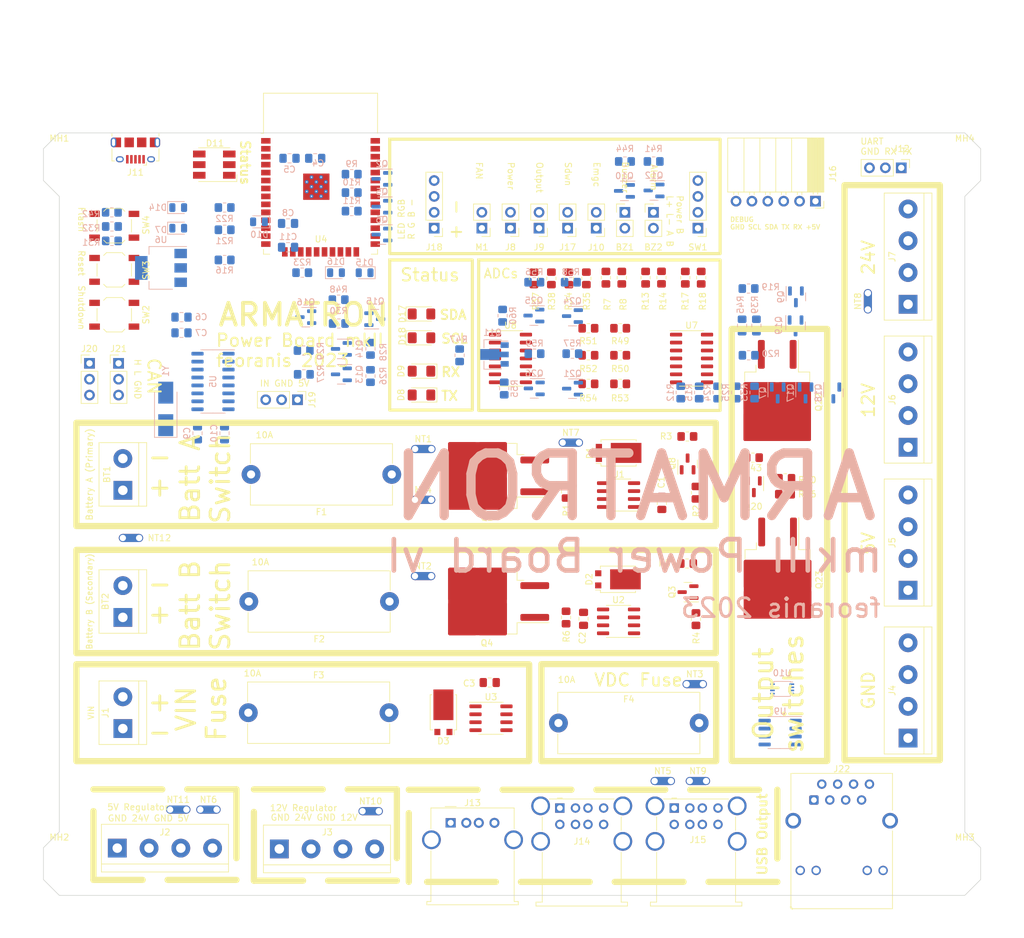
<source format=kicad_pcb>
(kicad_pcb (version 20221018) (generator pcbnew)
  (layers (0 "F.Cu" signal) (31 "B.Cu" signal) (34 "B.Paste" user) (35 "F.Paste" user) (36 "B.SilkS" user "B.Silkscreen") (37 "F.SilkS" user "F.Silkscreen") (38 "B.Mask" user) (39 "F.Mask" user) (44 "Edge.Cuts" user))
  (net 0 "")
  (net 1 "Net-(BT1-+)")
  (net 2 "GND")
  (net 3 "Net-(BT2-+)")
  (net 4 "Net-(U1-FILTER)")
  (net 5 "Net-(U2-FILTER)")
  (net 6 "Net-(U3-FILTER)")
  (net 7 "BATT_A_LATCH")
  (net 8 "BATT_A_SW")
  (net 9 "BATT_B_LATCH")
  (net 10 "BATT_B_SW")
  (net 11 "VIN")
  (net 12 "Net-(D3-A)")
  (net 13 "BATT_A_IN")
  (net 14 "Net-(J1-Pin_2)")
  (net 15 "Net-(Q1-G)")
  (net 16 "Net-(NT1-Pad1)")
  (net 17 "Net-(Q3-C)")
  (net 18 "Net-(Q3-B)")
  (net 19 "+VDC")
  (net 20 "Net-(NT2-Pad1)")
  (net 21 "+5V")
  (net 22 "Net-(NT3-Pad1)")
  (net 23 "BATT_B_IN")
  (net 25 "Net-(D11-GA)")
  (net 26 "Net-(D11-RA)")
  (net 27 "Net-(D11-BA)")
  (net 28 "Net-(Q8-B)")
  (net 29 "PIN_ADC_BATT_A")
  (net 30 "P_RGB_R")
  (net 31 "PIN_ADC_BATT_B")
  (net 32 "PIN_ADC_VIN")
  (net 33 "PIN_BATT_A_SENSE")
  (net 34 "PIN_BATT_B_SENSE")
  (net 35 "PIN_VIN_SENSE")
  (net 38 "P_RGB_G")
  (net 39 "P_RGB_B")
  (net 40 "Net-(BZ1-+)")
  (net 41 "Net-(BZ2-+)")
  (net 43 "nRTS")
  (net 52 "Net-(M1--)")
  (net 53 "PIN_VBATT_A_ENBL")
  (net 54 "PIN_VBATT_B_ENBL")
  (net 57 "+3.3V")
  (net 58 "Net-(Q2-B)")
  (net 59 "Net-(Q5-B)")
  (net 60 "24V_out")
  (net 61 "5V_out")
  (net 62 "+12V")
  (net 63 "Net-(Q6-B)")
  (net 64 "Net-(Q19-B)")
  (net 65 "Net-(Q19-C)")
  (net 66 "Net-(Q20-B)")
  (net 67 "Net-(Q20-C)")
  (net 68 "5V_adc")
  (net 69 "12V_adc")
  (net 70 "24V_Enable")
  (net 71 "5V_Enable")
  (net 72 "PIN_RESET")
  (net 73 "PIN_RGB_G")
  (net 74 "SDA")
  (net 75 "SCL")
  (net 76 "PIN_FLASH")
  (net 77 "PIN_RGB_R")
  (net 79 "Net-(F4-Pad1)")
  (net 80 "PIN_RGB_B")
  (net 81 "PIN_EmergencyButton")
  (net 82 "VBUS")
  (net 83 "D+")
  (net 84 "D-")
  (net 86 "RX")
  (net 87 "Net-(Q9-B)")
  (net 88 "Net-(Q9-C)")
  (net 89 "PIN_ALARM")
  (net 90 "PIN_BUZZER")
  (net 91 "PIN_Sdwn_Btn")
  (net 106 "PIN_Fan")
  (net 107 "Net-(Q10-B)")
  (net 108 "Net-(Q11-B)")
  (net 109 "Net-(Q12-B)")
  (net 110 "5V_POWER")
  (net 111 "12V_POWER")
  (net 112 "Net-(J8-Pin_1)")
  (net 113 "Net-(J9-Pin_1)")
  (net 114 "Net-(NT4-Pad2)")
  (net 115 "Net-(NT7-Pad1)")
  (net 116 "Net-(SW1-A)")
  (net 117 "Net-(D17-A)")
  (net 118 "PIN_BATT_A_SENSE_ADC")
  (net 119 "PIN_BATT_B_SENSE_ADC")
  (net 120 "PIN_VIN_SENSE_ADC")
  (net 121 "Net-(D8-A)")
  (net 122 "Net-(D9-A)")
  (net 123 "Net-(Q13-B)")
  (net 124 "Net-(Q13-C)")
  (net 125 "Net-(Q14-B)")
  (net 126 "Net-(Q14-C)")
  (net 127 "Net-(U5-XI)")
  (net 129 "Net-(U5-XO)")
  (net 131 "RESET_UART")
  (net 132 "RESET_Header")
  (net 133 "Net-(D14-K)")
  (net 134 "Net-(D15-K)")
  (net 135 "FLASH_UART")
  (net 136 "Net-(Q15-B)")
  (net 137 "Net-(Q16-B)")
  (net 138 "nDTR")
  (net 140 "POWER_GND")
  (net 141 "Net-(D18-A)")
  (net 142 "Net-(Q21-B)")
  (net 143 "Net-(Q21-C)")
  (net 144 "Net-(Q24-B)")
  (net 145 "Net-(Q24-C)")
  (net 146 "Net-(Q25-B)")
  (net 147 "Net-(Q26-B)")
  (net 148 "TX")
  (net 149 "CANH")
  (net 150 "CANL")
  (net 151 "CTX")
  (net 152 "CRX")
  (net 153 "CTXH")
  (net 154 "CRXH")
  (net 158 "+5VP")
  (net 163 "Net-(J22-Pad10)")
  (net 164 "ETH_LED")
  (net 165 "Net-(J22-Pad12)")
  (net 167 "Net-(Q7-B)")
  (net 168 "Net-(JP2-A)")
  (net 169 "Net-(Q17-B)")
  (net 170 "Net-(Q17-C)")
  (net 171 "Net-(JP1-B)")
  (footprint "RF_Module:ESP32-WROOM-32" (layer "F.Cu") (at 117.97 42.54)
    (fp_text reference "U4")
    (fp_text value "ESP32-WROOM-32")
  )
  (footprint "NetTie:NetTie-2_THT_Pad1.0mm" (layer "F.Cu") (at 88.96 97.79 180)
    (fp_text reference "NT12")
    (fp_text value "NetTie_2")
  )
  (footprint "NetTie:NetTie-2_THT_Pad1.0mm" (layer "F.Cu") (at 133.066 103.886)
    (fp_text reference "NT2")
    (fp_text value "NetTie_2")
  )
  (footprint "Resistor_SMD:R_0805_2012Metric_Pad1.20x1.40mm_HandSolder" (layer "F.Cu") (at 163.5955 56.1715 -90)
    (fp_text reference "R7")
    (fp_text value "220K")
  )
  (footprint "TerminalBlock:TerminalBlock_bornier-4_P5.08mm" (layer "F.Cu") (at 211.9104 60.428 90)
    (fp_text reference "J7")
    (fp_text value "Screw_Terminal_01x04")
  )
  (footprint "Button_Switch_SMD:SW_SPST_TL3342" (layer "F.Cu") (at 84.988 54.924)
    (fp_text reference "SW3")
    (fp_text value "SW_Push")
  )
  (footprint "NetTie:NetTie-2_THT_Pad1.0mm" (layer "F.Cu") (at 156.688 82.55)
    (fp_text reference "NT7")
    (fp_text value "NetTie_2")
  )
  (footprint "Resistor_SMD:R_0805_2012Metric_Pad1.20x1.40mm_HandSolder" (layer "F.Cu") (at 160.469 56.2845 90)
    (fp_text reference "R35")
    (fp_text value "15K")
  )
  (footprint "Connector_PinHeader_2.54mm:PinHeader_1x02_P2.54mm_Vertical" (layer "F.Cu") (at 148.336 48.255 180)
    (fp_text reference "J8")
    (fp_text value "Conn_01x02")
  )
  (footprint "Connector_USB:USB_Micro-B_Amphenol_10118194_Horizontal" (layer "F.Cu") (at 88.376 35.844 180)
    (fp_text reference "J11")
    (fp_text value "USB_B_Micro")
  )
  (footprint "TerminalBlock:TerminalBlock_bornier-2_P5.08mm" (layer "F.Cu") (at 86.36 110.49 90)
    (fp_text reference "BT2")
    (fp_text value "Battery B (Secondary)")
  )
  (footprint "TerminalBlock:TerminalBlock_bornier-2_P5.08mm" (layer "F.Cu") (at 86.36 90.17 90)
    (fp_text reference "BT1")
    (fp_text value "Battery A (Primary)")
  )
  (footprint "Connector_PinHeader_2.54mm:PinHeader_1x02_P2.54mm_Vertical" (layer "F.Cu") (at 143.764 48.26 180)
    (fp_text reference "M1")
    (fp_text value "Fan")
  )
  (footprint "NetTie:NetTie-2_THT_Pad1.0mm" (layer "F.Cu") (at 176.5 121.158)
    (fp_text reference "NT3")
    (fp_text value "NetTie_2")
  )
  (footprint "Capacitor_SMD:C_0805_2012Metric_Pad1.18x1.45mm_HandSolder" (layer "F.Cu") (at 160.02 110.7225 90)
    (fp_text reference "C2")
    (fp_text value "1n")
  )
  (footprint "NetTie:NetTie-2_THT_Pad1.0mm" (layer "F.Cu") (at 177.008 136.652)
    (fp_text reference "NT9")
    (fp_text value "NetTie_2")
  )
  (footprint "Connector_PinHeader_2.54mm:PinHeader_1x03_P2.54mm_Vertical" (layer "F.Cu") (at 85.676 69.865)
    (fp_text reference "J21")
    (fp_text value "Conn_01x03_Pin")
  )
  (footprint "LED_SMD:LED_1206_3216Metric_Pad1.42x1.75mm_HandSolder" (layer "F.Cu") (at 134.112 61.976)
    (fp_text reference "D17")
    (fp_text value "LED")
  )
  (footprint "LED_SMD:LED_1206_3216Metric_Pad1.42x1.75mm_HandSolder" (layer "F.Cu") (at 134.112 74.93 180)
    (fp_text reference "D8")
    (fp_text value "LED")
  )
  (footprint "TerminalBlock:TerminalBlock_bornier-4_P5.08mm" (layer "F.Cu") (at 211.9104 106.148 90)
    (fp_text reference "J5")
    (fp_text value "Screw_Terminal_01x04")
  )
  (footprint "Fuse:Fuseholder_Cylinder-5x20mm_Schurter_0031_8201_Horizontal_Open" (layer "F.Cu") (at 106.42 125.73)
    (fp_text reference "F3")
    (fp_text value "10A")
  )
  (footprint "Connector_PinHeader_2.54mm:PinHeader_1x03_P2.54mm_Vertical" (layer "F.Cu") (at 114.285 75.692 -90)
    (fp_text reference "J19")
    (fp_text value "Conn_01x03_Pin")
  )
  (footprint "Resistor_SMD:R_0805_2012Metric_Pad1.20x1.40mm_HandSolder" (layer "F.Cu") (at 169.9455 56.1715 -90)
    (fp_text reference "R13")
    (fp_text value "220K")
  )
  (footprint "Connector_PinHeader_2.54mm:PinHeader_1x04_P2.54mm_Vertical" (layer "F.Cu") (at 136.144 48.26 180)
    (fp_text reference "J18")
    (fp_text value "Conn_01x04_Pin")
  )
  (footprint "TerminalBlock:TerminalBlock_bornier-4_P5.08mm" (layer "F.Cu") (at 85.471 147.3835)
    (fp_text reference "J2")
    (fp_text value "Screw_Terminal_01x04" hide)
  )
  (footprint "MountingHole:MountingHole_3.2mm_M3" (layer "F.Cu") (at 76.2 38.1)
    (fp_text reference "MH1")
    (fp_text value "MountingHole_3.2mm_M3")
  )
  (footprint "Connector_RJ:RJ45_Hanrun_HR911105A" (layer "F.Cu") (at 196.855 139.69)
    (fp_text reference "J22")
    (fp_text value "RJ45_LED_Shielded")
  )
  (footprint "LED_SMD:LED_RGB_5050-6" (layer "F.Cu") (at 100.978 38.1 180)
    (fp_text reference "D11")
    (fp_text value "LED_RGB")
  )
  (footprint "Resistor_SMD:R_0805_2012Metric_Pad1.20x1.40mm_HandSolder" (layer "F.Cu") (at 157.675 56.2845 -90)
    (fp_text reference "R34")
    (fp_text value "220K")
  )
  (footprint "TerminalBlock:TerminalBlock_bornier-2_P5.08mm" (layer "F.Cu") (at 86.36 128.27 90)
    (fp_text reference "J1")
    (fp_text value "Conn_01x02")
  )
  (footprint "Package_SO:SOIC-8_3.9x4.9mm_P1.27mm" (layer "F.Cu") (at 165.62 90.932 180)
    (fp_text reference "U1")
    (fp_text value "ACS712xLCTR-20A")
  )
  (footprint "Capacitor_SMD:C_0805_2012Metric_Pad1.18x1.45mm_HandSolder" (layer "F.Cu") (at 145.021 120.904)
    (fp_text reference "C3")
    (fp_text value "1n")
  )
  (footprint "Connector_PinHeader_2.54mm:PinHeader_1x02_P2.54mm_Vertical" (layer "F.Cu") (at 171.196 45.72)
    (fp_text reference "BZ2")
    (fp_text value "Buzzer")
  )
  (footprint "Connector_PinHeader_2.54mm:PinHeader_1x02_P2.54mm_Vertical" (layer "F.Cu") (at 152.908 48.26 180)
    (fp_text reference "J9")
    (fp_text value "Conn_01x02")
  )
  (footprint "Connector_PinHeader_2.54mm:PinHeader_1x03_P2.54mm_Vertical" (layer "F.Cu") (at 210.82 38.608 -90)
    (fp_text reference "J12")
    (fp_text value "Conn_01x03_Pin")
  )
  (footprint "Connector_USB:USB_A_Molex_67643_Horizontal" (layer "F.Cu") (at 138.774 143.34)
    (fp_text reference "J13")
    (fp_text value "USB_A")
  )
  (footprint "Capacitor_SMD:C_0805_2012Metric_Pad1.18x1.45mm_HandSolder" (layer "F.Cu") (at 172.54 92.189 -90)
    (fp_text reference "C1")
    (fp_text value "1n")
  )
  (footprint "Button_Switch_SMD:SW_SPST_TL3342" (layer "F.Cu") (at 84.988 62.098)
    (fp_text reference "SW2")
    (fp_text value "SW_Push")
  )
  (footprint "Resistor_SMD:R_0805_2012Metric_Pad1.20x1.40mm_HandSolder" (layer "F.Cu") (at 177.995 110.7675 -90)
    (fp_text reference "R4")
    (fp_text value "1K")
  )
  (footprint "Resistor_SMD:R_0805_2012Metric_Pad1.20x1.40mm_HandSolder" (layer "F.Cu") (at 160.798 64.262)
    (fp_text reference "R51")
    (fp_text value "22K")
  )
  (footprint "NetTie:NetTie-2_THT_Pad1.0mm" (layer "F.Cu") (at 98.746 141.224)
    (fp_text reference "NT6")
    (fp_text value "NetTie_2")
  )
  (footprint "NetTie:NetTie-2_THT_Pad1.0mm" (layer "F.Cu") (at 93.92 141.224)
    (fp_text reference "NT11")
    (fp_text value "NetTie_2" hide)
  )
  (footprint "Resistor_SMD:R_0805_2012Metric_Pad1.20x1.40mm_HandSolder" (layer "F.Cu") (at 192.2299 90.793 180)
    (fp_text reference "R46")
    (fp_text value "1K")
  )
  (footprint "Resistor_SMD:R_0805_2012Metric_Pad1.20x1.40mm_HandSolder" (layer "F.Cu") (at 157.226 110.506 90)
    (fp_text reference "R6")
    (fp_text value "1K")
  )
  (footprint "Package_TO_SOT_SMD:TO-277B" (layer "F.Cu") (at 165.625 84.19 90)
    (fp_text reference "D1")
    (fp_text value "D")
  )
  (footprint "Fuse:Fuseholder_Cylinder-5x20mm_Schurter_0031_8201_Horizontal_Open" (layer "F.Cu") (at 129 107.95 180)
    (fp_text reference "F2")
    (fp_text value "10A")
  )
  (footprint "Resistor_SMD:R_0805_2012Metric_Pad1.20x1.40mm_HandSolder" (layer "F.Cu") (at 172.4855 56.1575 90)
    (fp_text reference "R14")
    (fp_text value "15K")
  )
  (footprint "TerminalBlock:TerminalBlock_bornier-4_P5.08mm" (layer "F.Cu") (at 211.9104 129.794 90)
    (fp_text reference "J4")
    (fp_text value "Screw_Terminal_01x04")
  )
  (footprint "Resistor_SMD:R_0805_2012Metric_Pad1.20x1.40mm_HandSolder" (layer "F.Cu") (at 160.798 68.58)
    (fp_text reference "R52")
    (fp_text value "15K")
  )
  (footprint "Connector_PinHeader_2.54mm:PinHeader_1x02_P2.54mm_Vertical" (layer "F.Cu") (at 162.052 48.26 180)
    (fp_text reference "J10")
    (fp_text value "Conn_01x02")
  )
  (footprint "Resistor_SMD:R_0805_2012Metric_Pad1.20x1.40mm_HandSolder" (layer "F.Cu") (at 176.5745 101.8775)
    (fp_text reference "R5")
    (fp_text value "1K")
  )
  (footprint "Package_SO:SOIC-8_3.9x4.9mm_P1.27mm" (layer "F.Cu") (at 145.223 126.619)
    (fp_text reference "U3")
    (fp_text value "ACS712xLCTR-20A")
  )
  (footprint "NetTie:NetTie-2_THT_Pad1.0mm" (layer "F.Cu") (at 124.684 141.478)
    (fp_text reference "NT10")
    (fp_text value "NetTie_2")
  )
  (footprint "MountingHole:MountingHole_3.2mm_M3" (layer "F.Cu") (at 220.98 38.1)
    (fp_text reference "MH4")
    (fp_text value "MountingHole_3.2mm_M3")
  )
  (footprint "Connector_PinHeader_2.54mm:PinHeader_1x03_P2.54mm_Vertical" (layer "F.Cu") (at 81.026 69.865)
    (fp_text reference "J20")
    (fp_text value "Conn_01x03_Pin")
  )
  (footprint "Connector_PinHeader_2.54mm:PinHeader_1x04_P2.54mm_Vertical" (layer "F.Cu") (at 178.308 48.26 180)
    (fp_text reference "SW1")
    (fp_text value "SW_Push_LED")
  )
  (footprint "Package_TO_SOT_SMD:TO-263-2" (layer "F.Cu") (at 191.0444 104.485 -90)
    (fp_text reference "Q23")
    (fp_text value "IRF4905")
  )
  (footprint "Package_TO_SOT_SMD:SOT-23" (layer "F.Cu") (at 187.2534 89.6015 -90)
    (fp_text reference "Q20")
    (fp_text value "BC817")
  )
  (footprint "LED_SMD:LED_1206_3216Metric_Pad1.42x1.75mm_HandSolder" (layer "F.Cu") (at 134.112 65.786)
    (fp_text reference "D18")
    (fp_text value "LED")
  )
  (footprint "Connector_PinSocket_2.54mm:PinSocket_1x06_P2.54mm_Horizontal" (layer "F.Cu") (at 197.104 43.942 -90)
    (fp_text reference "J16")
    (fp_text value "Conn_01x06_Socket")
  )
  (footprint "Package_TO_SOT_SMD:TO-263-2" (layer "F.Cu") (at 190.989 76.085 -90)
    (fp_text reference "Q22")
    (fp_text value "IRF4905")
  )
  (footprint "Resistor_SMD:R_0805_2012Metric_Pad1.20x1.40mm_HandSolder" (layer "F.Cu") (at 176.6215 81.562)
    (fp_text reference "R3")
    (fp_text value "1K")
  )
  (footprint "Resistor_SMD:R_0805_2012Metric_Pad1.20x1.40mm_HandSolder" (layer "F.Cu") (at 165.878 64.262 180)
    (fp_text reference "R49")
    (fp_text value "22K")
  )
  (footprint "Connector_PinHeader_2.54mm:PinHeader_1x02_P2.54mm_Vertical" (layer "F.Cu") (at 157.48 48.26 180)
    (fp_text reference "J17")
    (fp_text value "Conn_01x02")
  )
  (footprint "MountingHole:MountingHole_3.2mm_M3" (layer "F.Cu") (at 76.2 149.86)
    (fp_text reference "MH2")
    (fp_text value "MountingHole_3.2mm_M3")
  )
  (footprint "Resistor_SMD:R_0805_2012Metric_Pad1.20x1.40mm_HandSolder" (layer "F.Cu") (at 178.8355 56.1715 90)
    (fp_text reference "R18")
    (fp_text value "15K")
  )
  (footprint "Resistor_SMD:R_0805_2012Metric_Pad1.20x1.40mm_HandSolder" (layer "F.Cu") (at 160.798 73.152 180)
    (fp_text reference "R54")
    (fp_text value "15K")
  )
  (footprint "Resistor_SMD:R_0805_2012Metric_Pad1.20x1.40mm_HandSolder" (layer "F.Cu") (at 166.1355 56.1715 90)
    (fp_text reference "R8")
    (fp_text value "15K")
  )
  (footprint "Fuse:Fuseholder_Cylinder-5x20mm_Schurter_0031_8201_Horizontal_Open" (layer "F.Cu") (at 129.36 87.63 180)
    (fp_text reference "F1")
    (fp_text value "10A")
  )
  (footprint "Package_TO_SOT_SMD:TO-277B" (layer "F.Cu") (at 137.615 125.665 180)
    (fp_text reference "D3")
    (fp_text value "D")
  )
  (footprint "Resistor_SMD:R_0805_2012Metric_Pad1.20x1.40mm_HandSolder" (layer "F.Cu") (at 157.226 90.408 90)
    (fp_text reference "R1")
    (fp_text value "1K")
  )
  (footprint "NetTie:NetTie-2_THT_Pad1.0mm" (layer "F.Cu") (at 133.066 91.694)
    (fp_text reference "NT4")
    (fp_text value "NetTie_2")
  )
  (footprint "Resistor_SMD:R_0805_2012Metric_Pad1.20x1.40mm_HandSolder" (layer "F.Cu") (at 187.1029 84.951 180)
    (fp_text reference "R43")
    (fp_text value "1K")
  )
  (footprint "Package_TO_SOT_SMD:SOT-23" (layer "F.Cu") (at 176.659 85.9585 90)
    (fp_text reference "Q8")
    (fp_text value "BC817" hide)
  )
  (footprint "TerminalBlock:TerminalBlock_bornier-4_P5.08mm" (layer "F.Cu") (at 111.379 147.5105)
    (fp_text reference "J3")
    (fp_text value "Screw_Terminal_01x04")
  )
  (footprint "MountingHole:MountingHole_3.2mm_M3" (layer "F.Cu") (at 220.98 149.86)
    (fp_text reference "MH3")
    (fp_text value "MountingHole_3.2mm_M3")
  )
  (footprint "Package_SO:SOIC-14_3.9x8.7mm_P1.27mm" (layer "F.Cu") (at 177.292 69.088)
    (fp_text reference "U7")
    (fp_text value "MCP3428")
  )
  (footprint "Resistor_SMD:R_0805_2012Metric_Pad1.20x1.40mm_HandSolder" (layer "F.Cu") (at 176.2955 56.1715 -90)
    (fp_text reference "R17")
    (fp_text value "220K")
  )
  (footprint "Resistor_SMD:R_0805_2012Metric_Pad1.20x1.40mm_HandSolder" (layer "F.Cu") (at 165.878 73.152)
    (fp_text reference "R53")
    (fp_text value "22K")
  )
  (footprint "Connector_PinHeader_2.54mm:PinHeader_1x02_P2.54mm_Vertical" (layer "F.Cu") (at 166.624 45.72)
    (fp_text reference "BZ1")
    (fp_text value "Buzzer")
  )
  (footprint "Connector_USB:USB_A_Wuerth_61400826021_Horizontal_Stacked" (layer "F.Cu") (at 156.232 140.974)
    (fp_text reference "J14")
    (fp_text value "USB_A_Stacked")
  )
  (footprint "NetTie:NetTie-2_THT_Pad1.0mm" (layer "F.Cu") (at 171.39 136.652)
    (fp_text reference "NT5")
    (fp_text value "NetTie_2")
  )
  (footprint "Resistor_SMD:R_0805_2012Metric_Pad1.20x1.40mm_HandSolder" (layer "F.Cu") (at 154.881 56.2845 90)
    (fp_text reference "R38")
    (fp_text value "15K")
  )
  (footprint "Package_TO_SOT_SMD:TO-263-2" (layer "F.Cu") (at 144.57 87.865 180)
    (fp_text reference "Q1")
    (fp_text value "IRF4905")
  )
  (footprint "Connector_USB:USB_A_Wuerth_61400826021_Horizontal_Stacked" (layer "F.Cu") (at 174.52 140.974)
    (fp_text reference "J15")
    (fp_text value "USB_A_Stacked")
  )
  (footprint "Resistor_SMD:R_0805_2012Metric_Pad1.20x1.40mm_HandSolder" (layer "F.Cu") (at 152.087 56.2845 -90)
    (fp_text reference "R37")
    (fp_text value "220K")
  )
  (footprint "Resistor_SMD:R_0805_2012Metric_Pad1.20x1.40mm_HandSolder" (layer "F.Cu") (at 165.878 68.58)
    (fp_text reference "R50")
    (fp_text value "15K")
  )
  (footprint "Package_SO:SOIC-14_3.9x8.7mm_P1.27mm" (layer "F.Cu") (at 148.336 69.088)
    (fp_text reference "U8")
    (fp_text value "MCP3428")
  )
  (footprint "Fuse:Fuseholder_Cylinder-5x20mm_Schurter_0031_8201_Horizontal_Open" (layer "F.Cu") (at 156.009 127.381)
    (fp_text reference "F4")
    (fp_text value "10A")
  )
  (footprint "Resistor_SMD:R_0805_2012Metric_Pad1.20x1.40mm_HandSolder" (layer "F.Cu") (at 177.995 90.5525 -90)
    (fp_text reference "R2")
    (fp_text value "1K")
  )
  (footprint "NetTie:NetTie-2_THT_Pad1.0mm" (layer "F.Cu") (at 205.486 61.244 90)
    (fp_text reference "NT8")
    (fp_text value "NetTie_2")
  )
  (footprint "Package_TO_SOT_SMD:SOT-23" (layer "F.Cu") (at 176.725 106.4495 180)
    (fp_text reference "Q3")
    (fp_text value "BC817" hide)
  )
  (footprint "LED_SMD:LED_1206_3216Metric_Pad1.42x1.75mm_HandSolder" (layer "F.Cu") (at 134.112 71.12 180)
    (fp_text reference "D9")
    (fp_text value "LED")
  )
  (footprint "Resistor_SMD:R_0805_2012Metric_Pad1.20x1.40mm_HandSolder" (layer "F.Cu") (at 192.2769 88.253)
    (fp_text reference "R40")
    (fp_text value "1K")
  )
  (footprint "Package_TO_SOT_SMD:TO-277B" (layer "F.Cu") (at 165.52 104.405 90)
    (fp_text reference "D2")
    (fp_text value "D")
  )
  (footprint "NetTie:NetTie-2_THT_Pad1.0mm" (layer "F.Cu") (at 133.096 83.566)
    (fp_text reference "NT1")
    (fp_text value "NetTie_2")
  )
  (footprint "Package_TO_SOT_SMD:TO-263-2" (layer "F.Cu") (at 144.57 107.95 180)
    (fp_text reference "Q4")
    (fp_text value "IRF4905")
  )
  (footprint "Package_SO:SOIC-8_3.9x4.9mm_P1.27mm" (layer "F.Cu") (at 165.62 111.125 180)
    (fp_text reference "U2")
    (fp_text value "ACS712xLCTR-20A")
  )
  (footprint "TerminalBlock:TerminalBlock_bornier-4_P5.08mm" (layer "F.Cu") (at 211.9104 83.288 90)
    (fp_text reference "J6")
    (fp_text value "Screw_Terminal_01x04")
  )
  (footprint "Button_Switch_SMD:SW_SPST_TL3342" (layer "F.Cu") (at 84.988 47.874)
    (fp_text reference "SW4")
    (fp_text value "SW_Push")
  )
  (footprint "Package_TO_SOT_SMD:SOT-23" (layer "B.Cu") (at 171.2905 42.23 180)
    (fp_text reference "Q12")
    (fp_text value "BC817")
  )
  (footprint "Package_TO_SOT_SMD:SOT-23" (layer "B.Cu") (at 158.248 62.316 180)
    (fp_text reference "Q24")
    (fp_text value "BC817")
  )
  (footprint "Resistor_SMD:R_0805_2012Metric_Pad1.20x1.40mm_HandSolder" (layer "B.Cu") (at 158.242 68.326 180)
    (fp_text reference "R57")
    (fp_text value "1k")
  )
  (footprint "Capacitor_SMD:C_0805_2012Metric_Pad1.18x1.45mm_HandSolder" (layer "B.Cu") (at 95.7365 64.994 180)
    (fp_text reference "C7")
    (fp_text value "100n")
  )
  (footprint "Resistor_SMD:R_0805_2012Metric_Pad1.20x1.40mm_HandSolder" (layer "B.Cu") (at 122.952 39.624 180)
    (fp_text reference "R9")
    (fp_text value "10K")
  )
  (footprint "Package_TO_SOT_SMD:SOT-23" (layer "B.Cu") (at 127.772 44.824 180)
    (fp_text reference "Q5")
    (fp_text value "BC817")
  )
  (footprint "Resistor_SMD:R_0805_2012Metric_Pad1.20x1.40mm_HandSolder" (layer "B.Cu") (at 186.42 68.58)
    (fp_text reference "R20")
    (fp_text value "10K")
  )
  (footprint "Capacitor_SMD:C_0805_2012Metric_Pad1.18x1.45mm_HandSolder" (layer "B.Cu") (at 102.616 81.0475 -90)
    (fp_text reference "C10")
    (fp_text value "22pF")
  )
  (footprint "Package_TO_SOT_SMD:SOT-23" (layer "B.Cu") (at 152.0835 62.23 180)
    (fp_text reference "Q25")
    (fp_text value "BC817")
  )
  (footprint "Resistor_SMD:R_0805_2012Metric_Pad1.20x1.40mm_HandSolder" (layer "B.Cu") (at 120.856 59.69 180)
    (fp_text reference "R48")
    (fp_text value "10K")
  )
  (footprint "Resistor_SMD:R_0805_2012Metric_Pad1.20x1.40mm_HandSolder" (layer "B.Cu") (at 140.208 68.58 -90)
    (fp_text reference "R47")
    (fp_text value "10K")
  )
  (footprint "Package_TO_SOT_SMD:SOT-23" (layer "B.Cu") (at 166.5615 42.296 180)
    (fp_text reference "Q10")
    (fp_text value "BC817")
  )
  (footprint "Resistor_SMD:R_0805_2012Metric_Pad1.20x1.40mm_HandSolder" (layer "B.Cu") (at 166.64 37.592)
    (fp_text reference "R44")
    (fp_text value "10K")
  )
  (footprint "Package_SO:SOIC-8_3.9x4.9mm_P1.27mm" (layer "B.Cu") (at 191.451 128.905 180)
    (fp_text reference "U9")
    (fp_text value "TJA1051T")
  )
  (footprint "Resistor_SMD:R_0805_2012Metric_Pad1.20x1.40mm_HandSolder" (layer "B.Cu") (at 125.952 67.548 90)
    (fp_text reference "R28")
    (fp_text value "10K")
  )
  (footprint "Resistor_SMD:R_0805_2012Metric_Pad1.20x1.40mm_HandSolder" (layer "B.Cu") (at 186.4036 57.912 180)
    (fp_text reference "R19")
    (fp_text value "1K")
  )
  (footprint "Resistor_SMD:R_0805_2012Metric_Pad1.20x1.40mm_HandSolder" (layer "B.Cu") (at 147.082 62.246 90)
    (fp_text reference "R60")
    (fp_text value "10K")
  )
  (footprint "Resistor_SMD:R_0805_2012Metric_Pad1.20x1.40mm_HandSolder" (layer "B.Cu") (at 122.952 45.524 180)
    (fp_text reference "R11")
    (fp_text value "10K")
  )
  (footprint "Diode_SMD:D_0805_2012Metric" (layer "B.Cu") (at 108.1255 47.244 180)
    (fp_text reference "D10")
    (fp_text value "D")
  )
  (footprint "Resistor_SMD:R_0805_2012Metric_Pad1.20x1.40mm_HandSolder" (layer "B.Cu") (at 171.228 37.592)
    (fp_text reference "R41")
    (fp_text value "10K")
  )
  (footprint "Resistor_SMD:R_0805_2012Metric_Pad1.20x1.40mm_HandSolder" (layer "B.Cu") (at 184.414 74.5275 -90)
    (fp_text reference "R25")
    (fp_text value "220R")
  )
  (footprint "Resistor_SMD:R_0805_2012Metric_Pad1.20x1.40mm_HandSolder" (layer "B.Cu") (at 102.632 44.958 180)
    (fp_text reference "R22")
    (fp_text value "10K")
  )
  (footprint "Resistor_SMD:R_0805_2012Metric_Pad1.20x1.40mm_HandSolder" (layer "B.Cu") (at 152.178 68.326 180)
    (fp_text reference "R59")
    (fp_text value "10K")
  )
  (footprint "Package_TO_SOT_SMD:SOT-89-3" (layer "B.Cu") (at 145.4575 68.453 180)
    (fp_text reference "Q11")
    (fp_text value "BCX56")
  )
  (footprint "Package_SO:VSSOP-8_2.4x2.1mm_P0.5mm" (layer "B.Cu") (at 191.77 121.92 180)
    (fp_text reference "U10")
    (fp_text value "TXB0102DCU")
  )
  (footprint "Capacitor_SMD:C_0805_2012Metric_Pad1.18x1.45mm_HandSolder" (layer "B.Cu") (at 117.116 37.084)
    (fp_text reference "C4")
    (fp_text value "100n")
  )
  (footprint "Package_TO_SOT_SMD:SOT-23" (layer "B.Cu") (at 152.14 73.878 180)
    (fp_text reference "Q26")
    (fp_text value "BC817")
  )
  (footprint "Resistor_SMD:R_0805_2012Metric_Pad1.20x1.40mm_HandSolder" (layer "B.Cu") (at 147.336 73.898 90)
    (fp_text reference "R55")
    (fp_text value "10K")
  )
  (footprint "Capacitor_SMD:C_0805_2012Metric_Pad1.18x1.45mm_HandSolder" (layer "B.Cu") (at 112.776 51.308 180)
    (fp_text reference "C11")
    (fp_text value "100n")
  )
  (footprint "Package_TO_SOT_SMD:SOT-23" (layer "B.Cu") (at 158.258 73.914 180)
    (fp_text reference "Q21")
    (fp_text value "BC817")
  )
  (footprint "Capacitor_SMD:C_0805_2012Metric_Pad1.18x1.45mm_HandSolder" (layer "B.Cu") (at 112.776 47.498 180)
    (fp_text reference "C8")
    (fp_text value "100n")
  )
  (footprint "Package_SO:SOIC-16_3.9x9.9mm_P1.27mm" (layer "B.Cu") (at 100.773 72.771 180)
    (fp_text reference "U5")
    (fp_text value "CH340G")
  )
  (footprint "Package_TO_SOT_SMD:SOT-23" (layer "B.Cu") (at 193.9755 59.236 -90)
    (fp_text reference "Q9")
    (fp_text value "BC817")
  )
  (footprint "Package_TO_SOT_SMD:SOT-23" (layer "B.Cu") (at 115.6165 62.484 180)
    (fp_text reference "Q16")
    (fp_text value "BC817")
  )
  (footprint "Resistor_SMD:R_0805_2012Metric_Pad1.20x1.40mm_HandSolder" (layer "B.Cu") (at 102.632 53.34)
    (fp_text reference "R16")
    (fp_text value "1K")
  )
  (footprint "Package_TO_SOT_SMD:SOT-223-3_TabPin2" (layer "B.Cu") (at 92.456 54.61 180)
    (fp_text reference "U6")
    (fp_text value "AMS1117-3.3")
  )
  (footprint "Resistor_SMD:R_0805_2012Metric_Pad1.20x1.40mm_HandSolder" (layer "B.Cu") (at 185.3716 63.818 -90)
    (fp_text reference "R45")
    (fp_text value "1K")
  )
  (footprint "Resistor_SMD:R_0805_2012Metric_Pad1.20x1.40mm_HandSolder" (layer "B.Cu") (at 84.614 50.292)
    (fp_text reference "R31")
    (fp_text value "220R")
  )
  (footprint "Resistor_SMD:R_0805_2012Metric_Pad1.20x1.40mm_HandSolder" (layer "B.Cu") (at 102.632 48.514 180)
    (fp_text reference "R21")
    (fp_text value "10K")
  )
  (footprint "Package_TO_SOT_SMD:SOT-23" (layer "B.Cu") (at 121.3015 71.628 180)
    (fp_text reference "Q13")
    (fp_text value "BC817")
  )
  (footprint "Package_TO_SOT_SMD:SOT-23" (layer "B.Cu") (at 199.964 74.5975 -90)
    (fp_text reference "Q18")
    (fp_text value "BC817")
  )
  (footprint "Resistor_SMD:R_0805_2012Metric_Pad1.20x1.40mm_HandSolder" (layer "B.Cu") (at 125.952 71.898 90)
    (fp_text reference "R26")
    (fp_text value "10K")
  )
  (footprint "Package_TO_SOT_SMD:SOT-23" (layer "B.Cu") (at 191.064 74.5975 -90)
    (fp_text reference "Q7")
    (fp_text value "BC817")
  )
  (footprint "Resistor_SMD:R_0805_2012Metric_Pad1.20x1.40mm_HandSolder" (layer "B.Cu") (at 175.564 74.5275 -90)
    (fp_text reference "R12")
    (fp_text value "220R")
  )
  (footprint "Resistor_SMD:R_0805_2012Metric_Pad1.20x1.40mm_HandSolder" (layer "B.Cu") (at 157.988 56.896 180)
    (fp_text reference "R58")
    (fp_text value "1k")
  )
  (footprint "Resistor_SMD:R_0805_2012Metric_Pad1.20x1.40mm_HandSolder" (layer "B.Cu") (at 181.464 74.5275 -90)
    (fp_text reference "R24")
    (fp_text value "10K")
  )
  (footprint "Resistor_SMD:R_0805_2012Metric_Pad1.20x1.40mm_HandSolder" (layer "B.Cu") (at 120.888 63.5)
    (fp_text reference "R30")
    (fp_text value "10K")
  )
  (footprint "Capacitor_SMD:C_0805_2012Metric_Pad1.18x1.45mm_HandSolder" (layer "B.Cu") (at 95.7365 62.484 180)
    (fp_text reference "C6")
    (fp_text value "4.7u")
  )
  (footprint "Capacitor_SMD:C_0805_2012Metric_Pad1.18x1.45mm_HandSolder" (layer "B.Cu") (at 98.298 81.0475 -90)
    (fp_text reference "C9")
    (fp_text value "22pF")
  )
  (footprint "Resistor_SMD:R_0805_2012Metric_Pad1.20x1.40mm_HandSolder" (layer "B.Cu") (at 152.146 56.896 180)
    (fp_text reference "R56")
    (fp_text value "10K")
  )
  (footprint "Resistor_SMD:R_0805_2012Metric_Pad1.20x1.40mm_HandSolder" (layer "B.Cu") (at 178.514 74.5275 -90)
    (fp_text reference "R15")
    (fp_text value "10K")
  )
  (footprint "Resistor_SMD:R_0805_2012Metric_Pad1.20x1.40mm_HandSolder" (layer "B.Cu") (at 187.364 74.5275 -90)
    (fp_text reference "R33")
    (fp_text value "10K")
  )
  (footprint "Package_TO_SOT_SMD:SOT-23" (layer "B.Cu") (at 193.9201 63.8805 -90)
    (fp_text reference "Q19")
    (fp_text value "BC817")
  )
  (footprint "Resistor_SMD:R_0805_2012Metric_Pad1.20x1.40mm_HandSolder" (layer "B.Cu") (at 115.3 71.628 180)
    (fp_text reference "R27")
    (fp_text value "1k")
  )
  (footprint "Package_TO_SOT_SMD:SOT-23" (layer "B.Cu") (at 121.3015 67.564 180)
    (fp_text reference "Q14")
    (fp_text value "BC817")
  )
  (footprint "Resistor_SMD:R_0805_2012Metric_Pad1.20x1.40mm_HandSolder" (layer "B.Cu") (at 115.268 67.818 180)
    (fp_text reference "R29")
    (fp_text value "1k")
  )
  (footprint "Resistor_SMD:R_0805_2012Metric_Pad1.20x1.40mm_HandSolder" (layer "B.Cu") (at 84.614 47.986)
    (fp_text reference "R32")
    (fp_text value "220R")
  )
  (footprint "Package_TO_SOT_SMD:SOT-23" (layer "B.Cu") (at 127.772 49.274 180)
    (fp_text reference "Q6")
    (fp_text value "BC817")
  )
  (footprint "Diode_SMD:D_0805_2012Metric" (layer "B.Cu") (at 95.2115 44.966)
    (fp_text reference "D14")
    (fp_text value "D")
  )
  (footprint "Resistor_SMD:R_0805_2012Metric_Pad1.20x1.40mm_HandSolder" (layer "B.Cu") (at 84.598 45.72)
    (fp_text reference "R42")
    (fp_text value "220R")
  )
  (footprint "Resistor_SMD:R_0805_2012Metric_Pad1.20x1.40mm_HandSolder" (layer "B.Cu") (at 122.952 42.574 180)
    (fp_text reference "R10")
    (fp_text value "10K")
  )
  (footprint "Capacitor_SMD:C_0805_2012Metric_Pad1.18x1.45mm_HandSolder" (layer "B.Cu") (at 113.009 37.084)
    (fp_text reference "C5")
    (fp_text value "10u")
  )
  (footprint "Package_TO_SOT_SMD:SOT-23" (layer "B.Cu") (at 127.772 40.374 180)
    (fp_text reference "Q2")
    (fp_text value "BC817")
  )
  (footprint "Resistor_SMD:R_0805_2012Metric_Pad1.20x1.40mm_HandSolder" (layer "B.Cu") (at 187.6576 63.818 90)
    (fp_text reference "R39")
    (fp_text value "10K")
  )
  (footprint "Diode_SMD:D_0805_2012Metric" (layer "B.Cu") (at 95.2115 48.26)
    (fp_text reference "D7")
    (fp_text value "D")
  )
  (footprint "Crystal:Crystal_SMD_5032-2Pin_5.0x3.2mm_HandSoldering" (layer "B.Cu") (at 93.218 77.156 90)
    (fp_text reference "Y1")
    (fp_text value "12MHz")
  )
  (footprint "Diode_SMD:D_0805_2012Metric" (layer "B.Cu") (at 120.4425 55.372)
    (fp_text reference "D16")
    (fp_text value "D")
  )
  (footprint "Package_TO_SOT_SMD:SOT-23" (layer "B.Cu") (at 126.6355 62.804)
    (fp_text reference "Q15")
    (fp_text value "BC817")
  )
  (footprint "Package_TO_SOT_SMD:SOT-23" (layer "B.Cu") (at 195.514 74.5975 -90)
    (fp_text reference "Q17")
    (fp_text value "BC817")
  )
  (footprint "Resistor_SMD:R_0805_2012Metric_Pad1.20x1.40mm_HandSolder" (layer "B.Cu") (at 115.046 55.372 180)
    (fp_text reference "R23")
    (fp_text value "10K")
  )
  (footprint "Diode_SMD:D_0805_2012Metric" (layer "B.Cu") (at 125.0145 55.38 180)
    (fp_text reference "D15")
    (fp_text value "D")
  )
  (gr_rect (start 78.935 79.375) (end 181.17 95.885) (stroke (width 1)) (fill none) (layer "F.SilkS"))
  (gr_rect (start 107.315 137.9855) (end 130.175 152.5905) (stroke (width 1) (type dash)) (fill none) (layer "F.SilkS"))
  (gr_rect (start 143.256 53.34) (end 181.864 77.404) (stroke (width 0.5)) (fill none) (layer "F.SilkS"))
  (gr_rect (start 183.71 64.365) (end 198.9754 133.453) (stroke (width 1)) (fill none) (layer "F.SilkS"))
  (gr_rect (start 81.661 137.9855) (end 104.521 152.4635) (stroke (width 1) (type dash)) (fill none) (layer "F.SilkS"))
  (gr_rect (start 78.935 99.695) (end 181.17 116.205) (stroke (width 1)) (fill none) (layer "F.SilkS"))
  (gr_rect (start 78.935 117.983) (end 151.325 133.477) (stroke (width 1)) (fill none) (layer "F.SilkS"))
  (gr_rect (start 129.032 53.34) (end 142.24 77.343) (stroke (width 0.5)) (fill none) (layer "F.SilkS"))
  (gr_rect (start 129.032 34.036) (end 181.864 52.324) (stroke (width 0.5)) (fill none) (layer "F.SilkS"))
  (gr_rect (start 153.289 117.9576) (end 181.229 133.477) (stroke (width 1)) (fill none) (layer "F.SilkS"))
  (gr_rect (start 201.7504 41.378) (end 216.9904 133.326) (stroke (width 1)) (fill none) (layer "F.SilkS"))
  (gr_rect (start 132.08 138.049) (end 191.008 152.781) (stroke (width 1) (type dash)) (fill none) (layer "F.SilkS"))
  (gr_poly (pts (xy 76.2 81.28) (xy 76.2 144.78) (xy 73.66 147.32) (xy 73.66 152.4) (xy 76.2 154.94) (xy 220.98 154.94) (xy 223.52 152.4) (xy 223.52 147.32) (xy 220.98 144.78) (xy 220.98 43.18) (xy 223.52 40.64) (xy 223.52 35.56) (xy 220.98 33.02) (xy 76.2 33.02) (xy 73.66 35.56) (xy 73.66 40.64) (xy 76.2 43.18)) (stroke (width 0.1)) (fill none) (layer "Edge.Cuts"))
  (gr_text "mkIII Power Board vI" (at 208.28 103.632) (layer "B.SilkS") (effects (font (size 5 5) (thickness 0.75)) (justify left bottom mirror)))
  (gr_text "ARMATRON" (at 207.772 95.504) (layer "B.SilkS") (effects (font (size 10 10) (thickness 1.5)) (justify left bottom mirror)))
  (gr_text "feoranis 2023" (at 207.772 110.744) (layer "B.SilkS") (effects (font (size 3 3) (thickness 0.45)) (justify left bottom mirror)))
  (gr_text "RX" (at 137.1235 72.136) (layer "F.SilkS") (effects (font (size 1.5 1.5) (thickness 0.3) bold) (justify left bottom)))
  (gr_text "+\n-" (at 92.27 87.63 180) (layer "F.SilkS") (effects (font (size 3 3) (thickness 0.45))))
  (gr_text "Output" (at 152.4 37.592 270) (layer "F.SilkS") (effects (font (size 1 1)) (justify left bottom)))
  (gr_text "Batt B\nSwitch" (at 103.7 108.585 90) (layer "F.SilkS") (effects (font (size 3 3) (thickness 0.45)) (justify bottom)))
  (gr_text "Sdwn" (at 156.972 37.592 -90) (layer "F.SilkS") (effects (font (size 1 1)) (justify left bottom)))
  (gr_text "+\n-" (at 92.27 126.365) (layer "F.SilkS") (effects (font (size 3 3) (thickness 0.45))))
  (gr_text "GND 24V GND 5V" (at 83.879 143.1925) (layer "F.SilkS") (effects (font (size 1 1)) (justify left bottom)))
  (gr_text "Alarm" (at 170.688 40.132 -90) (layer "F.SilkS") (effects (font (size 1 1)) (justify bottom)))
  (gr_text "Reset" (at 79.756 53.848 270) (layer "F.SilkS") (effects (font (size 1 1))))
  (gr_text "Status" (at 130.556 56.896) (layer "F.SilkS") (effects (font (size 2 2) (thickness 0.3)) (justify left bottom)))
  (gr_text "VIN" (at 81.28 125.73 90) (layer "F.SilkS") (effects (font (size 0.9125 0.9125))))
  (gr_text "TX" (at 137.1235 75.946) (layer "F.SilkS") (effects (font (size 1.5 1.5) (thickness 0.3) bold) (justify left bottom)))
  (gr_text "10A" (at 107.51 81.915) (layer "F.SilkS") (effects (font (size 1 1)) (justify left bottom)))
  (gr_text "Power" (at 147.828 37.592 270) (layer "F.SilkS") (effects (font (size 1 1)) (justify left bottom)))
  (gr_text "Emgc" (at 161.544 37.592 -90) (layer "F.SilkS") (effects (font (size 1 1)) (justify left bottom)))
  (gr_text "Batt A\nSwitch" (at 103.7 88.265 90) (layer "F.SilkS") (effects (font (size 3 3) (thickness 0.45)) (justify bottom)))
  (gr_text "ADCs" (at 146.812 56.388) (layer "F.SilkS") (effects (font (size 1.5 1.5) (thickness 0.225)) (justify bottom)))
  (gr_text "Status" (at 105.042 34.036 -90) (layer "F.SilkS") (effects (font (size 1.5 1.5) (thickness 0.3) bold) (justify left bottom)))
  (gr_text "5V" (at 205.5604 98.655 90) (layer "F.SilkS") (effects (font (size 2 2) (thickness 0.3))))
  (gr_text "12V" (at 205.5604 75.795 90) (layer "F.SilkS") (effects (font (size 2 2) (thickness 0.3))))
  (gr_text "+ -" (at 140.716 50.292 90) (layer "F.SilkS") (effects (font (size 2 2) (thickness 0.3)) (justify left bottom)))
  (gr_text "FAN" (at 142.748 37.592 -90) (layer "F.SilkS") (effects (font (size 1 1)) (justify left bottom)))
  (gr_text "10A" (at 106.875 102.235) (layer "F.SilkS") (effects (font (size 1 1)) (justify left bottom)))
  (gr_text "+\n-" (at 92.27 107.95 180) (layer "F.SilkS") (effects (font (size 3 3) (thickness 0.45))))
  (gr_text "12V Regulator" (at 115.248 141.5415) (layer "F.SilkS") (effects (font (size 1 1)) (justify bottom)))
  (gr_text "LED RGB\nR G B -" (at 133.096 50.165 90) (layer "F.SilkS") (effects (font (size 1 1)) (justify left bottom)))
  (gr_text "Shutdown" (at 79.756 60.96 270) (layer "F.SilkS") (effects (font (size 1 1))))
  (gr_text "Power B\nL+ L- A B" (at 173.228 42.916 -90) (layer "F.SilkS") (effects (font (size 1 1)) (justify left bottom)))
  (gr_text "Output\nswitches\n" (at 195.3624 122.682 90) (layer "F.SilkS") (effects (font (size 3 3) (thickness 0.45)) (justify bottom)))
  (gr_text "VIN\nFuse" (at 103.065 125.095 90) (layer "F.SilkS") (effects (font (size 3 3) (thickness 0.45)) (justify bottom)))
  (gr_text "UART \nGND RX TX" (at 204.216 36.576) (layer "F.SilkS") (effects (font (size 1 1)) (justify left bottom)))
  (gr_text "VDC Fuse" (at 161.544 121.666) (layer "F.SilkS") (effects (font (size 2 2) (thickness 0.3)) (justify left bottom)))
  (gr_text "H L GND" (at 88.138 69.088 -90) (layer "F.SilkS") (effects (font (size 1 1)) (justify left bottom)))
  (gr_text "GND" (at 205.5604 122.15 90) (layer "F.SilkS") (effects (font (size 2 2) (thickness 0.3))))
  (gr_text "GND 24V GND 12V" (at 109.914 143.0655) (layer "F.SilkS") (effects (font (size 1 1)) (justify left bottom)))
  (gr_text "24V" (at 205.5604 52.935 90) (layer "F.SilkS") (effects (font (size 2 2) (thickness 0.3))))
  (gr_text "5V Regulator" (at 88.773 141.4145) (layer "F.SilkS") (effects (font (size 1 1)) (justify bottom)))
  (gr_text "SCL" (at 137.1235 66.802) (layer "F.SilkS") (effects (font (size 1.5 1.5) (thickness 0.3) bold) (justify left bottom)))
  (gr_text "SDA" (at 136.8695 62.992) (layer "F.SilkS") (effects (font (size 1.5 1.5) (thickness 0.3) bold) (justify left bottom)))
  (gr_text "10A" (at 105.605 120.015) (layer "F.SilkS") (effects (font (size 1 1)) (justify left bottom)))
  (gr_text "DEBUG\nGND SCL SDA TX RX +5V" (at 183.388 48.514) (layer "F.SilkS") (effects (font (size 0.75 0.75)) (justify left bottom)))
  (gr_text "USB Output" (at 189.484 151.892 90) (layer "F.SilkS") (effects (font (size 1.5 1.5) (thickness 0.3) bold) (justify left bottom)))
  (gr_text "ARMATRON" (at 101.346 62.103) (layer "F.SilkS") (effects (font (size 3.5 3.5) (thickness 0.6)) (justify left)))
  (gr_text "Buzzer" (at 166.116 40.132 -90) (layer "F.SilkS") (effects (font (size 1 1)) (justify bottom)))
  (gr_text "Flash" (at 79.756 46.86 270) (layer "F.SilkS") (effects (font (size 1 1))))
  (gr_text "Power Board mkII\nfeoranis 2023" (at 101.092 65.024) (layer "F.SilkS") (effects (font (size 2 2) (thickness 0.3)) (justify left top)))
  (gr_text "10A" (at 155.829 121.031) (layer "F.SilkS") (effects (font (size 1 1)) (justify left bottom)))
  (gr_text "CAN" (at 90.17 68.834 -90) (layer "F.SilkS") (effects (font (size 2 2) (thickness 0.3)) (justify left bottom)))
  (gr_text "IN GND 5V" (at 108.189 73.66) (layer "F.SilkS") (effects (font (size 1 1)) (justify left bottom)))
)
</source>
